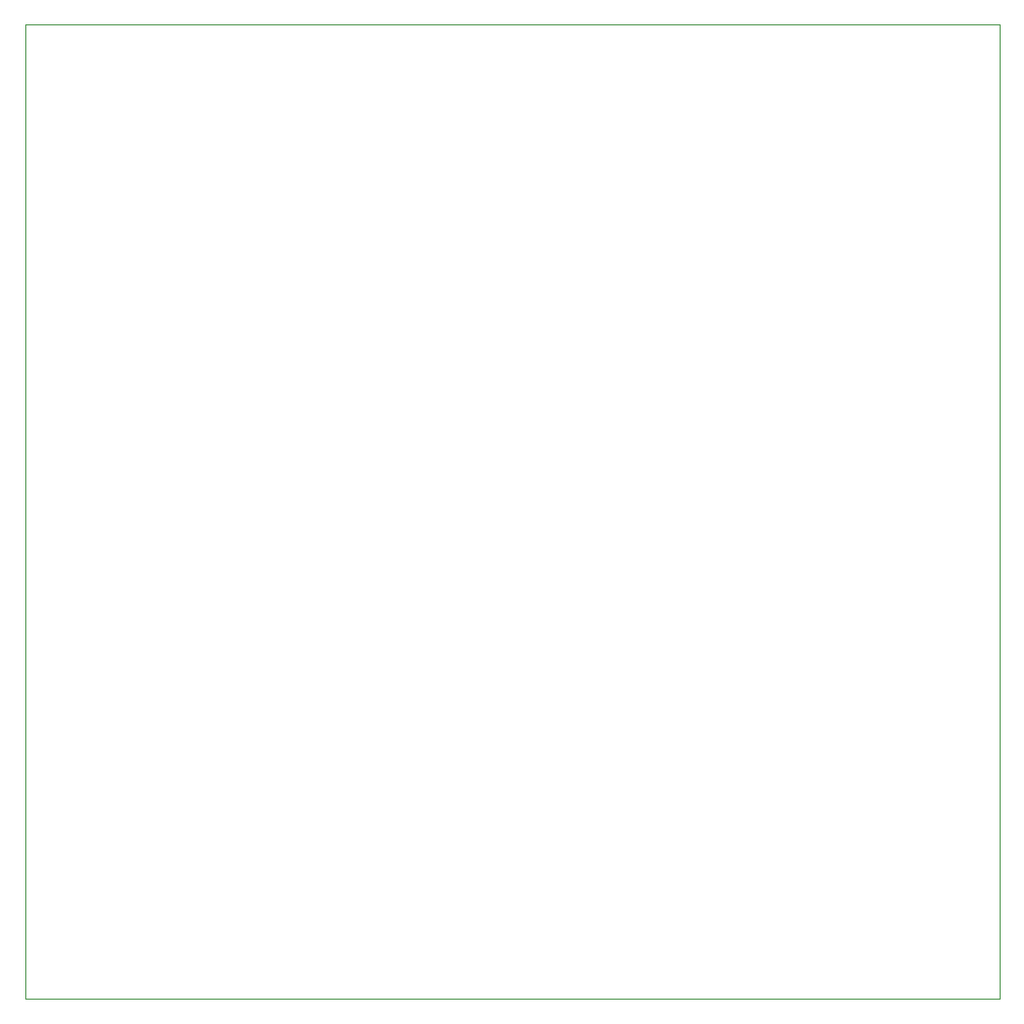
<source format=gko>
G04 (created by PCBNEW (2013-mar-13)-testing) date Tue 03 Sep 2013 07:15:55 PM EDT*
%MOIN*%
G04 Gerber Fmt 3.4, Leading zero omitted, Abs format*
%FSLAX34Y34*%
G01*
G70*
G90*
G04 APERTURE LIST*
%ADD10C,0.005906*%
%ADD11C,0.003937*%
G04 APERTURE END LIST*
G54D10*
G54D11*
X43385Y-47637D02*
X43385Y-14330D01*
X76692Y-47637D02*
X43385Y-47637D01*
X76692Y-14330D02*
X76692Y-47637D01*
X43385Y-14330D02*
X76692Y-14330D01*
M02*

</source>
